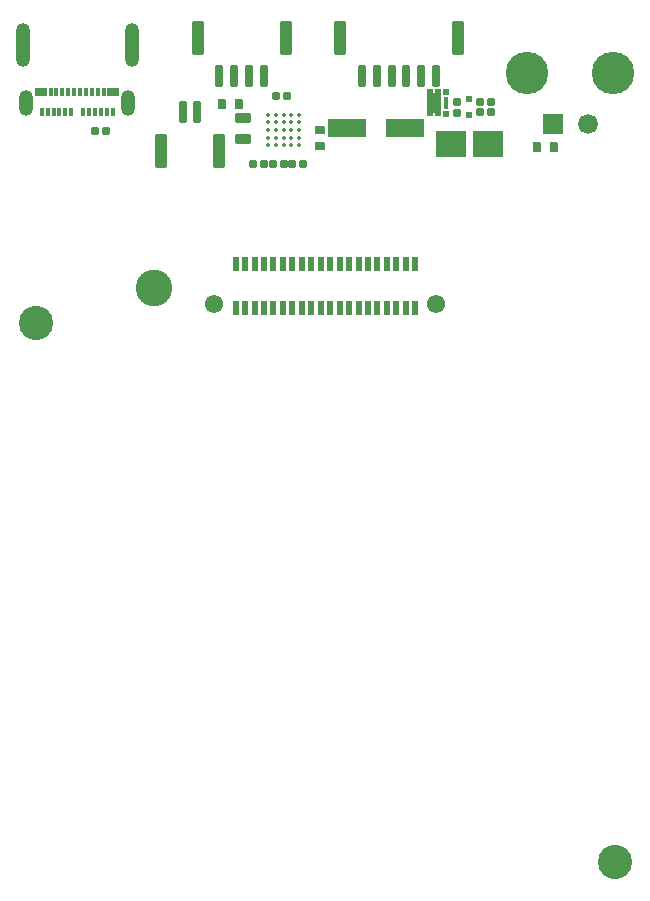
<source format=gts>
G04*
G04 #@! TF.GenerationSoftware,Altium Limited,Altium Designer,22.4.2 (48)*
G04*
G04 Layer_Color=8388736*
%FSLAX44Y44*%
%MOMM*%
G71*
G04*
G04 #@! TF.SameCoordinates,3E136D79-123B-44AF-942A-25470D1848A4*
G04*
G04*
G04 #@! TF.FilePolarity,Negative*
G04*
G01*
G75*
%ADD29C,0.3500*%
%ADD39O,1.2000X3.7000*%
%ADD40R,1.0000X0.8000*%
%ADD41R,0.4000X0.8000*%
%ADD42R,0.5000X0.4500*%
%ADD43R,0.5000X0.6000*%
%ADD44R,0.3850X1.0200*%
%ADD45R,1.1500X1.7000*%
G04:AMPARAMS|DCode=46|XSize=0.65mm|YSize=0.6mm|CornerRadius=0.1125mm|HoleSize=0mm|Usage=FLASHONLY|Rotation=180.000|XOffset=0mm|YOffset=0mm|HoleType=Round|Shape=RoundedRectangle|*
%AMROUNDEDRECTD46*
21,1,0.6500,0.3750,0,0,180.0*
21,1,0.4250,0.6000,0,0,180.0*
1,1,0.2250,-0.2125,0.1875*
1,1,0.2250,0.2125,0.1875*
1,1,0.2250,0.2125,-0.1875*
1,1,0.2250,-0.2125,-0.1875*
%
%ADD46ROUNDEDRECTD46*%
%ADD47R,0.5000X0.5800*%
G04:AMPARAMS|DCode=48|XSize=0.65mm|YSize=0.6mm|CornerRadius=0.1125mm|HoleSize=0mm|Usage=FLASHONLY|Rotation=270.000|XOffset=0mm|YOffset=0mm|HoleType=Round|Shape=RoundedRectangle|*
%AMROUNDEDRECTD48*
21,1,0.6500,0.3750,0,0,270.0*
21,1,0.4250,0.6000,0,0,270.0*
1,1,0.2250,-0.1875,-0.2125*
1,1,0.2250,-0.1875,0.2125*
1,1,0.2250,0.1875,0.2125*
1,1,0.2250,0.1875,-0.2125*
%
%ADD48ROUNDEDRECTD48*%
G04:AMPARAMS|DCode=49|XSize=0.86mm|YSize=0.7604mm|CornerRadius=0.1325mm|HoleSize=0mm|Usage=FLASHONLY|Rotation=180.000|XOffset=0mm|YOffset=0mm|HoleType=Round|Shape=RoundedRectangle|*
%AMROUNDEDRECTD49*
21,1,0.8600,0.4953,0,0,180.0*
21,1,0.5949,0.7604,0,0,180.0*
1,1,0.2651,-0.2975,0.2477*
1,1,0.2651,0.2975,0.2477*
1,1,0.2651,0.2975,-0.2477*
1,1,0.2651,-0.2975,-0.2477*
%
%ADD49ROUNDEDRECTD49*%
G04:AMPARAMS|DCode=50|XSize=1.1mm|YSize=2.9mm|CornerRadius=0.15mm|HoleSize=0mm|Usage=FLASHONLY|Rotation=0.000|XOffset=0mm|YOffset=0mm|HoleType=Round|Shape=RoundedRectangle|*
%AMROUNDEDRECTD50*
21,1,1.1000,2.6000,0,0,0.0*
21,1,0.8000,2.9000,0,0,0.0*
1,1,0.3000,0.4000,-1.3000*
1,1,0.3000,-0.4000,-1.3000*
1,1,0.3000,-0.4000,1.3000*
1,1,0.3000,0.4000,1.3000*
%
%ADD50ROUNDEDRECTD50*%
G04:AMPARAMS|DCode=51|XSize=0.7mm|YSize=1.8mm|CornerRadius=0.14mm|HoleSize=0mm|Usage=FLASHONLY|Rotation=180.000|XOffset=0mm|YOffset=0mm|HoleType=Round|Shape=RoundedRectangle|*
%AMROUNDEDRECTD51*
21,1,0.7000,1.5200,0,0,180.0*
21,1,0.4200,1.8000,0,0,180.0*
1,1,0.2800,-0.2100,0.7600*
1,1,0.2800,0.2100,0.7600*
1,1,0.2800,0.2100,-0.7600*
1,1,0.2800,-0.2100,-0.7600*
%
%ADD51ROUNDEDRECTD51*%
G04:AMPARAMS|DCode=52|XSize=0.86mm|YSize=0.7604mm|CornerRadius=0.1325mm|HoleSize=0mm|Usage=FLASHONLY|Rotation=270.000|XOffset=0mm|YOffset=0mm|HoleType=Round|Shape=RoundedRectangle|*
%AMROUNDEDRECTD52*
21,1,0.8600,0.4953,0,0,270.0*
21,1,0.5949,0.7604,0,0,270.0*
1,1,0.2651,-0.2477,-0.2975*
1,1,0.2651,-0.2477,0.2975*
1,1,0.2651,0.2477,0.2975*
1,1,0.2651,0.2477,-0.2975*
%
%ADD52ROUNDEDRECTD52*%
%ADD53R,2.5500X2.2500*%
G04:AMPARAMS|DCode=54|XSize=1.4mm|YSize=0.86mm|CornerRadius=0.145mm|HoleSize=0mm|Usage=FLASHONLY|Rotation=180.000|XOffset=0mm|YOffset=0mm|HoleType=Round|Shape=RoundedRectangle|*
%AMROUNDEDRECTD54*
21,1,1.4000,0.5700,0,0,180.0*
21,1,1.1100,0.8600,0,0,180.0*
1,1,0.2900,-0.5550,0.2850*
1,1,0.2900,0.5550,0.2850*
1,1,0.2900,0.5550,-0.2850*
1,1,0.2900,-0.5550,-0.2850*
%
%ADD54ROUNDEDRECTD54*%
%ADD55R,3.2500X1.5500*%
G04:AMPARAMS|DCode=56|XSize=1.1mm|YSize=2.8mm|CornerRadius=0.15mm|HoleSize=0mm|Usage=FLASHONLY|Rotation=180.000|XOffset=0mm|YOffset=0mm|HoleType=Round|Shape=RoundedRectangle|*
%AMROUNDEDRECTD56*
21,1,1.1000,2.5000,0,0,180.0*
21,1,0.8000,2.8000,0,0,180.0*
1,1,0.3000,-0.4000,1.2500*
1,1,0.3000,0.4000,1.2500*
1,1,0.3000,0.4000,-1.2500*
1,1,0.3000,-0.4000,-1.2500*
%
%ADD56ROUNDEDRECTD56*%
G04:AMPARAMS|DCode=57|XSize=0.7mm|YSize=1.8mm|CornerRadius=0.11mm|HoleSize=0mm|Usage=FLASHONLY|Rotation=180.000|XOffset=0mm|YOffset=0mm|HoleType=Round|Shape=RoundedRectangle|*
%AMROUNDEDRECTD57*
21,1,0.7000,1.5800,0,0,180.0*
21,1,0.4800,1.8000,0,0,180.0*
1,1,0.2200,-0.2400,0.7900*
1,1,0.2200,0.2400,0.7900*
1,1,0.2200,0.2400,-0.7900*
1,1,0.2200,-0.2400,-0.7900*
%
%ADD57ROUNDEDRECTD57*%
%ADD58R,0.6000X1.2000*%
%ADD59O,1.2000X2.7000*%
%ADD60O,1.2000X2.2000*%
%ADD61C,2.9000*%
%ADD62C,3.1000*%
%ADD63C,3.6000*%
%ADD64C,1.6900*%
%ADD65R,1.6900X1.6900*%
%ADD66C,1.5500*%
D29*
X236000Y784250D02*
D03*
Y790750D02*
D03*
Y797250D02*
D03*
Y803750D02*
D03*
Y810250D02*
D03*
X242500Y784250D02*
D03*
Y790750D02*
D03*
Y797250D02*
D03*
Y803750D02*
D03*
Y810250D02*
D03*
X249000Y784250D02*
D03*
Y790750D02*
D03*
Y797250D02*
D03*
Y803750D02*
D03*
Y810250D02*
D03*
X255500Y784250D02*
D03*
Y790750D02*
D03*
Y797250D02*
D03*
Y803750D02*
D03*
Y810250D02*
D03*
X262000Y784250D02*
D03*
Y790750D02*
D03*
Y797250D02*
D03*
Y803750D02*
D03*
Y810250D02*
D03*
D39*
X28050Y869100D02*
D03*
X120450Y869100D02*
D03*
D40*
X43750Y829400D02*
D03*
X104750D02*
D03*
D41*
X51750D02*
D03*
X56750D02*
D03*
X66750D02*
D03*
X61750D02*
D03*
X76750D02*
D03*
X71750D02*
D03*
X81750D02*
D03*
X44250Y812400D02*
D03*
X49250D02*
D03*
X79250D02*
D03*
X69250D02*
D03*
X84250D02*
D03*
X59250D02*
D03*
X54250D02*
D03*
X64250D02*
D03*
X91750Y829400D02*
D03*
X96750D02*
D03*
X86750D02*
D03*
X94250Y812400D02*
D03*
X89250D02*
D03*
X99250D02*
D03*
X104250D02*
D03*
D42*
X373250Y810500D02*
D03*
X379750D02*
D03*
Y830000D02*
D03*
X373250D02*
D03*
D43*
X386250Y811250D02*
D03*
Y829250D02*
D03*
D44*
Y820250D02*
D03*
D45*
X376500D02*
D03*
D46*
X396250Y820750D02*
D03*
Y811750D02*
D03*
X415750Y812250D02*
D03*
Y821250D02*
D03*
X424250D02*
D03*
Y812250D02*
D03*
D47*
X406250Y810150D02*
D03*
Y823350D02*
D03*
D48*
X249250Y768750D02*
D03*
X240250D02*
D03*
X252000Y826250D02*
D03*
X243000D02*
D03*
X265500Y768750D02*
D03*
X256500D02*
D03*
X232250D02*
D03*
X223250D02*
D03*
X98750Y796750D02*
D03*
X89750D02*
D03*
D49*
X279700Y783750D02*
D03*
Y797750D02*
D03*
D50*
X145000Y779500D02*
D03*
X194500D02*
D03*
D51*
X176000Y813000D02*
D03*
X163500D02*
D03*
D52*
X211250Y819250D02*
D03*
X197250D02*
D03*
X463750Y783250D02*
D03*
X477750D02*
D03*
D53*
X391000Y785250D02*
D03*
X422500D02*
D03*
D54*
X214750Y807650D02*
D03*
Y789750D02*
D03*
D55*
X351750Y799250D02*
D03*
X302750D02*
D03*
D56*
X250750Y875250D02*
D03*
X176250D02*
D03*
X297000Y875250D02*
D03*
X396500D02*
D03*
D57*
X219750Y843250D02*
D03*
X232250D02*
D03*
X194750D02*
D03*
X207250D02*
D03*
X365500Y843250D02*
D03*
X328000Y843250D02*
D03*
X353000Y843250D02*
D03*
X378000D02*
D03*
X315500Y843250D02*
D03*
X340500D02*
D03*
D58*
X360500Y646250D02*
D03*
X352500D02*
D03*
X344500D02*
D03*
X336500D02*
D03*
X328500D02*
D03*
X320500D02*
D03*
X312500D02*
D03*
X304500D02*
D03*
X296500D02*
D03*
X288500D02*
D03*
X280500D02*
D03*
X272500D02*
D03*
X264500D02*
D03*
X256500D02*
D03*
X248500D02*
D03*
X240500D02*
D03*
X232500D02*
D03*
X224500D02*
D03*
X216500D02*
D03*
X208500D02*
D03*
X360500Y684250D02*
D03*
X352500D02*
D03*
X344500D02*
D03*
X336500D02*
D03*
X328500D02*
D03*
X320500D02*
D03*
X312500D02*
D03*
X304500D02*
D03*
X296500D02*
D03*
X288500D02*
D03*
X280500D02*
D03*
X272500D02*
D03*
X264500D02*
D03*
X256500D02*
D03*
X248500D02*
D03*
X240500D02*
D03*
X232500D02*
D03*
X224500D02*
D03*
X216500D02*
D03*
X208500D02*
D03*
D59*
X28050Y874100D02*
D03*
X120450Y874100D02*
D03*
D60*
X31050Y820500D02*
D03*
X117450D02*
D03*
D61*
X39500Y634250D02*
D03*
X529500Y177250D02*
D03*
D62*
X139500Y663250D02*
D03*
D63*
X528250Y845950D02*
D03*
X455250D02*
D03*
D64*
X506750Y802750D02*
D03*
D65*
X476750D02*
D03*
D66*
X378500Y650250D02*
D03*
X190500D02*
D03*
M02*

</source>
